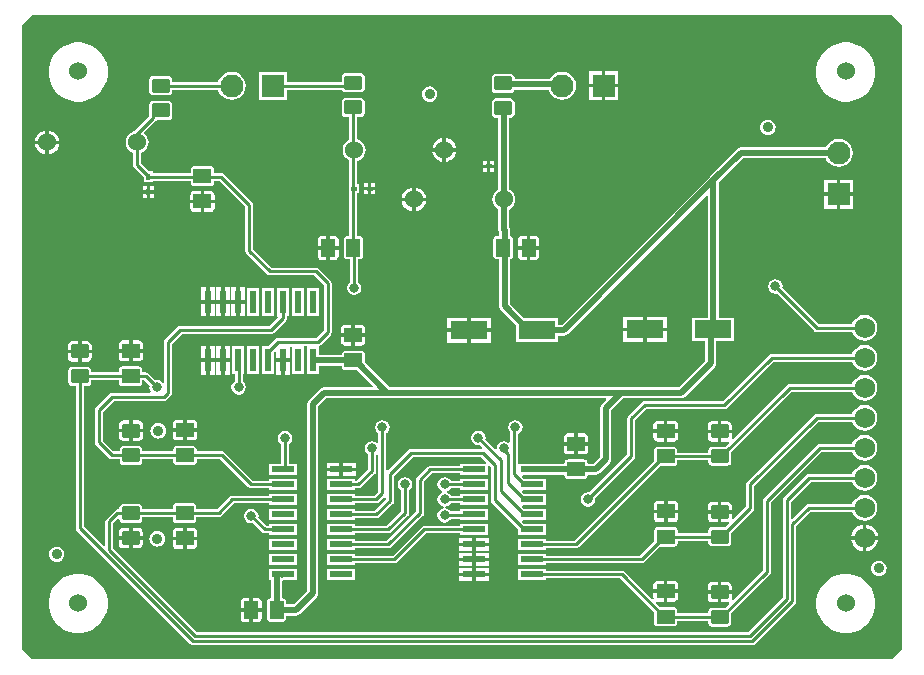
<source format=gtl>
G04*
G04 #@! TF.GenerationSoftware,Altium Limited,Altium Designer,19.1.5 (86)*
G04*
G04 Layer_Physical_Order=1*
G04 Layer_Color=255*
%FSLAX25Y25*%
%MOIN*%
G70*
G01*
G75*
%ADD12C,0.01000*%
%ADD30R,0.01575X0.01890*%
G04:AMPARAMS|DCode=31|XSize=61.02mil|YSize=49.21mil|CornerRadius=3.69mil|HoleSize=0mil|Usage=FLASHONLY|Rotation=0.000|XOffset=0mil|YOffset=0mil|HoleType=Round|Shape=RoundedRectangle|*
%AMROUNDEDRECTD31*
21,1,0.06102,0.04183,0,0,0.0*
21,1,0.05364,0.04921,0,0,0.0*
1,1,0.00738,0.02682,-0.02092*
1,1,0.00738,-0.02682,-0.02092*
1,1,0.00738,-0.02682,0.02092*
1,1,0.00738,0.02682,0.02092*
%
%ADD31ROUNDEDRECTD31*%
G04:AMPARAMS|DCode=32|XSize=61.02mil|YSize=49.21mil|CornerRadius=3.69mil|HoleSize=0mil|Usage=FLASHONLY|Rotation=270.000|XOffset=0mil|YOffset=0mil|HoleType=Round|Shape=RoundedRectangle|*
%AMROUNDEDRECTD32*
21,1,0.06102,0.04183,0,0,270.0*
21,1,0.05364,0.04921,0,0,270.0*
1,1,0.00738,-0.02092,-0.02682*
1,1,0.00738,-0.02092,0.02682*
1,1,0.00738,0.02092,0.02682*
1,1,0.00738,0.02092,-0.02682*
%
%ADD32ROUNDEDRECTD32*%
%ADD33R,0.02362X0.07756*%
%ADD34R,0.07756X0.02362*%
%ADD35R,0.01890X0.01575*%
G04:AMPARAMS|DCode=36|XSize=59.06mil|YSize=47.24mil|CornerRadius=3.54mil|HoleSize=0mil|Usage=FLASHONLY|Rotation=0.000|XOffset=0mil|YOffset=0mil|HoleType=Round|Shape=RoundedRectangle|*
%AMROUNDEDRECTD36*
21,1,0.05906,0.04016,0,0,0.0*
21,1,0.05197,0.04724,0,0,0.0*
1,1,0.00709,0.02598,-0.02008*
1,1,0.00709,-0.02598,-0.02008*
1,1,0.00709,-0.02598,0.02008*
1,1,0.00709,0.02598,0.02008*
%
%ADD36ROUNDEDRECTD36*%
%ADD37R,0.12402X0.06299*%
%ADD38C,0.02000*%
%ADD39C,0.01500*%
%ADD40C,0.06000*%
%ADD41C,0.07677*%
%ADD42R,0.07677X0.07677*%
%ADD43R,0.07677X0.07677*%
%ADD44C,0.06890*%
%ADD45C,0.03543*%
%ADD46C,0.03150*%
G36*
X648587Y503515D02*
Y295698D01*
X645247Y292358D01*
X358690D01*
X355350Y295698D01*
Y503515D01*
X358690Y506854D01*
X645247D01*
X648587Y503515D01*
D02*
G37*
%LPC*%
G36*
X535433Y488143D02*
X534222Y487984D01*
X533094Y487516D01*
X532125Y486773D01*
X531381Y485804D01*
X531336Y485694D01*
X519523D01*
Y486260D01*
X519434Y486710D01*
X519179Y487092D01*
X518797Y487347D01*
X518347Y487437D01*
X513150D01*
X512699Y487347D01*
X512317Y487092D01*
X512062Y486710D01*
X511973Y486260D01*
Y482244D01*
X512062Y481794D01*
X512317Y481412D01*
X512699Y481157D01*
X513150Y481067D01*
X518347D01*
X518797Y481157D01*
X519179Y481412D01*
X519434Y481794D01*
X519479Y482023D01*
X531009D01*
X531381Y481125D01*
X532125Y480156D01*
X533094Y479413D01*
X534222Y478945D01*
X535433Y478786D01*
X536644Y478945D01*
X537772Y479413D01*
X538741Y480156D01*
X539485Y481125D01*
X539952Y482254D01*
X540112Y483465D01*
X539952Y484676D01*
X539485Y485804D01*
X538741Y486773D01*
X537772Y487516D01*
X536644Y487984D01*
X535433Y488143D01*
D02*
G37*
G36*
X425197Y488143D02*
X423986Y487984D01*
X422858Y487516D01*
X421889Y486773D01*
X421145Y485804D01*
X420725Y484790D01*
X405350D01*
Y485472D01*
X405261Y485923D01*
X405005Y486305D01*
X404624Y486560D01*
X404173Y486649D01*
X398976D01*
X398526Y486560D01*
X398144Y486305D01*
X397889Y485923D01*
X397799Y485472D01*
Y481457D01*
X397889Y481006D01*
X398144Y480624D01*
X398526Y480369D01*
X398976Y480280D01*
X404173D01*
X404624Y480369D01*
X405005Y480624D01*
X405261Y481006D01*
X405350Y481457D01*
Y482139D01*
X420725D01*
X421145Y481125D01*
X421889Y480156D01*
X422858Y479413D01*
X423986Y478945D01*
X425197Y478786D01*
X426408Y478945D01*
X427536Y479413D01*
X428505Y480156D01*
X429249Y481125D01*
X429716Y482254D01*
X429876Y483465D01*
X429716Y484676D01*
X429249Y485804D01*
X428505Y486773D01*
X427536Y487516D01*
X426408Y487984D01*
X425197Y488143D01*
D02*
G37*
G36*
X554051Y488303D02*
X549813D01*
Y484064D01*
X554051D01*
Y488303D01*
D02*
G37*
G36*
X548613D02*
X544374D01*
Y484064D01*
X548613D01*
Y488303D01*
D02*
G37*
G36*
X443615Y488103D02*
X434338D01*
Y478826D01*
X443615D01*
Y482139D01*
X462033D01*
X462062Y481990D01*
X462317Y481609D01*
X462699Y481354D01*
X463150Y481264D01*
X468347D01*
X468797Y481354D01*
X469179Y481609D01*
X469434Y481990D01*
X469523Y482441D01*
Y486457D01*
X469434Y486907D01*
X469179Y487289D01*
X468797Y487544D01*
X468347Y487634D01*
X463150D01*
X462699Y487544D01*
X462317Y487289D01*
X462062Y486907D01*
X461973Y486457D01*
Y484790D01*
X443615D01*
Y488103D01*
D02*
G37*
G36*
X554051Y482865D02*
X549813D01*
Y478626D01*
X554051D01*
Y482865D01*
D02*
G37*
G36*
X548613D02*
X544374D01*
Y478626D01*
X548613D01*
Y482865D01*
D02*
G37*
G36*
X630939Y497842D02*
X629000D01*
X627099Y497464D01*
X625307Y496722D01*
X623695Y495645D01*
X622324Y494274D01*
X621247Y492662D01*
X620505Y490871D01*
X620127Y488969D01*
Y487031D01*
X620505Y485129D01*
X621247Y483338D01*
X622324Y481726D01*
X623695Y480355D01*
X625307Y479278D01*
X627099Y478536D01*
X629000Y478157D01*
X630939D01*
X632840Y478536D01*
X634632Y479278D01*
X636244Y480355D01*
X637615Y481726D01*
X638692Y483338D01*
X639434Y485129D01*
X639812Y487031D01*
Y488969D01*
X639434Y490871D01*
X638692Y492662D01*
X637615Y494274D01*
X636244Y495645D01*
X634632Y496722D01*
X632840Y497464D01*
X630939Y497842D01*
D02*
G37*
G36*
X375033D02*
X373095D01*
X371193Y497464D01*
X369402Y496722D01*
X367790Y495645D01*
X366419Y494274D01*
X365342Y492662D01*
X364600Y490871D01*
X364222Y488969D01*
Y487031D01*
X364600Y485129D01*
X365342Y483338D01*
X366419Y481726D01*
X367790Y480355D01*
X369402Y479278D01*
X371193Y478536D01*
X373095Y478157D01*
X375033D01*
X376935Y478536D01*
X378726Y479278D01*
X380338Y480355D01*
X381709Y481726D01*
X382786Y483338D01*
X383528Y485129D01*
X383907Y487031D01*
Y488969D01*
X383528Y490871D01*
X382786Y492662D01*
X381709Y494274D01*
X380338Y495645D01*
X378726Y496722D01*
X376935Y497464D01*
X375033Y497842D01*
D02*
G37*
G36*
X491200Y483194D02*
X490529Y483106D01*
X489903Y482846D01*
X489366Y482434D01*
X488954Y481897D01*
X488694Y481271D01*
X488606Y480600D01*
X488694Y479929D01*
X488954Y479303D01*
X489366Y478766D01*
X489903Y478354D01*
X490529Y478094D01*
X491200Y478006D01*
X491871Y478094D01*
X492497Y478354D01*
X493034Y478766D01*
X493446Y479303D01*
X493706Y479929D01*
X493794Y480600D01*
X493706Y481271D01*
X493446Y481897D01*
X493034Y482434D01*
X492497Y482846D01*
X491871Y483106D01*
X491200Y483194D01*
D02*
G37*
G36*
X604000Y472094D02*
X603329Y472006D01*
X602703Y471746D01*
X602166Y471334D01*
X601754Y470797D01*
X601495Y470171D01*
X601406Y469500D01*
X601495Y468829D01*
X601754Y468203D01*
X602166Y467666D01*
X602703Y467254D01*
X603329Y466994D01*
X604000Y466906D01*
X604671Y466994D01*
X605297Y467254D01*
X605834Y467666D01*
X606246Y468203D01*
X606505Y468829D01*
X606594Y469500D01*
X606505Y470171D01*
X606246Y470797D01*
X605834Y471334D01*
X605297Y471746D01*
X604671Y472006D01*
X604000Y472094D01*
D02*
G37*
G36*
X364301Y468456D02*
Y465100D01*
X367656D01*
X367598Y465544D01*
X367195Y466517D01*
X366554Y467353D01*
X365718Y467994D01*
X364745Y468397D01*
X364301Y468456D01*
D02*
G37*
G36*
X363101D02*
X362657Y468397D01*
X361684Y467994D01*
X360848Y467353D01*
X360207Y466517D01*
X359804Y465544D01*
X359745Y465100D01*
X363101D01*
Y468456D01*
D02*
G37*
G36*
X496700Y465955D02*
Y462600D01*
X500056D01*
X499997Y463044D01*
X499594Y464017D01*
X498953Y464853D01*
X498117Y465494D01*
X497144Y465897D01*
X496700Y465955D01*
D02*
G37*
G36*
X495500D02*
X495056Y465897D01*
X494083Y465494D01*
X493247Y464853D01*
X492606Y464017D01*
X492203Y463044D01*
X492144Y462600D01*
X495500D01*
Y465955D01*
D02*
G37*
G36*
X367656Y463900D02*
X364301D01*
Y460544D01*
X364745Y460603D01*
X365718Y461006D01*
X366554Y461647D01*
X367195Y462483D01*
X367598Y463456D01*
X367656Y463900D01*
D02*
G37*
G36*
X363101D02*
X359745D01*
X359804Y463456D01*
X360207Y462483D01*
X360848Y461647D01*
X361684Y461006D01*
X362657Y460603D01*
X363101Y460544D01*
Y463900D01*
D02*
G37*
G36*
X500056Y461400D02*
X496700D01*
Y458044D01*
X497144Y458103D01*
X498117Y458506D01*
X498953Y459147D01*
X499594Y459983D01*
X499997Y460956D01*
X500056Y461400D01*
D02*
G37*
G36*
X495500D02*
X492144D01*
X492203Y460956D01*
X492606Y459983D01*
X493247Y459147D01*
X494083Y458506D01*
X495056Y458103D01*
X495500Y458044D01*
Y461400D01*
D02*
G37*
G36*
X512847Y458287D02*
X511502D01*
Y457100D01*
X512847D01*
Y458287D01*
D02*
G37*
G36*
X510302D02*
X508957D01*
Y457100D01*
X510302D01*
Y458287D01*
D02*
G37*
G36*
X512847Y455900D02*
X511502D01*
Y454713D01*
X512847D01*
Y455900D01*
D02*
G37*
G36*
X510302D02*
X508957D01*
Y454713D01*
X510302D01*
Y455900D01*
D02*
G37*
G36*
X473143Y450887D02*
X471798D01*
Y449700D01*
X473143D01*
Y450887D01*
D02*
G37*
G36*
X470598D02*
X469253D01*
Y449700D01*
X470598D01*
Y450887D01*
D02*
G37*
G36*
X399287Y449845D02*
X398100D01*
Y448500D01*
X399287D01*
Y449845D01*
D02*
G37*
G36*
X396900D02*
X395713D01*
Y448500D01*
X396900D01*
Y449845D01*
D02*
G37*
G36*
X632398Y452083D02*
X628159D01*
Y447844D01*
X632398D01*
Y452083D01*
D02*
G37*
G36*
X626959D02*
X622720D01*
Y447844D01*
X626959D01*
Y452083D01*
D02*
G37*
G36*
X473143Y448500D02*
X471798D01*
Y447313D01*
X473143D01*
Y448500D01*
D02*
G37*
G36*
X470598D02*
X469253D01*
Y447313D01*
X470598D01*
Y448500D01*
D02*
G37*
G36*
X486600Y449455D02*
Y446100D01*
X489956D01*
X489897Y446544D01*
X489494Y447517D01*
X488853Y448353D01*
X488017Y448994D01*
X487044Y449397D01*
X486600Y449455D01*
D02*
G37*
G36*
X485400D02*
X484956Y449397D01*
X483983Y448994D01*
X483147Y448353D01*
X482506Y447517D01*
X482103Y446544D01*
X482045Y446100D01*
X485400D01*
Y449455D01*
D02*
G37*
G36*
X399287Y447300D02*
X398100D01*
Y445955D01*
X399287D01*
Y447300D01*
D02*
G37*
G36*
X396900D02*
X395713D01*
Y445955D01*
X396900D01*
Y447300D01*
D02*
G37*
G36*
X418182Y448355D02*
X416100D01*
Y445468D01*
X419578D01*
Y446959D01*
X419472Y447493D01*
X419169Y447946D01*
X418716Y448249D01*
X418182Y448355D01*
D02*
G37*
G36*
X414900D02*
X412818D01*
X412284Y448249D01*
X411831Y447946D01*
X411528Y447493D01*
X411422Y446959D01*
Y445468D01*
X414900D01*
Y448355D01*
D02*
G37*
G36*
X632398Y446644D02*
X628159D01*
Y442406D01*
X632398D01*
Y446644D01*
D02*
G37*
G36*
X626959D02*
X622720D01*
Y442406D01*
X626959D01*
Y446644D01*
D02*
G37*
G36*
X489956Y444900D02*
X486600D01*
Y441544D01*
X487044Y441603D01*
X488017Y442006D01*
X488853Y442647D01*
X489494Y443483D01*
X489897Y444456D01*
X489956Y444900D01*
D02*
G37*
G36*
X485400D02*
X482045D01*
X482103Y444456D01*
X482506Y443483D01*
X483147Y442647D01*
X483983Y442006D01*
X484956Y441603D01*
X485400Y441544D01*
Y444900D01*
D02*
G37*
G36*
X419578Y444268D02*
X416100D01*
Y441380D01*
X418182D01*
X418716Y441487D01*
X419169Y441789D01*
X419472Y442242D01*
X419578Y442776D01*
Y444268D01*
D02*
G37*
G36*
X414900D02*
X411422D01*
Y442776D01*
X411528Y442242D01*
X411831Y441789D01*
X412284Y441487D01*
X412818Y441380D01*
X414900D01*
Y444268D01*
D02*
G37*
G36*
X526304Y433478D02*
X524813D01*
Y430000D01*
X527700D01*
Y432082D01*
X527594Y432616D01*
X527291Y433069D01*
X526838Y433372D01*
X526304Y433478D01*
D02*
G37*
G36*
X459459D02*
X457968D01*
Y430000D01*
X460855D01*
Y432082D01*
X460749Y432616D01*
X460446Y433069D01*
X459993Y433372D01*
X459459Y433478D01*
D02*
G37*
G36*
X456768D02*
X455276D01*
X454742Y433372D01*
X454289Y433069D01*
X453987Y432616D01*
X453880Y432082D01*
Y430000D01*
X456768D01*
Y433478D01*
D02*
G37*
G36*
X523613D02*
X522121D01*
X521587Y433372D01*
X521134Y433069D01*
X520831Y432616D01*
X520725Y432082D01*
Y430000D01*
X523613D01*
Y433478D01*
D02*
G37*
G36*
X527700Y428800D02*
X524813D01*
Y425322D01*
X526304D01*
X526838Y425428D01*
X527291Y425731D01*
X527594Y426184D01*
X527700Y426718D01*
Y428800D01*
D02*
G37*
G36*
X523613D02*
X520725D01*
Y426718D01*
X520831Y426184D01*
X521134Y425731D01*
X521587Y425428D01*
X522121Y425322D01*
X523613D01*
Y428800D01*
D02*
G37*
G36*
X460855D02*
X457968D01*
Y425322D01*
X459459D01*
X459993Y425428D01*
X460446Y425731D01*
X460749Y426184D01*
X460855Y426718D01*
Y428800D01*
D02*
G37*
G36*
X456768D02*
X453880D01*
Y426718D01*
X453987Y426184D01*
X454289Y425731D01*
X454742Y425428D01*
X455276Y425322D01*
X456768D01*
Y428800D01*
D02*
G37*
G36*
X468347Y479366D02*
X463150D01*
X462699Y479276D01*
X462317Y479021D01*
X462062Y478639D01*
X461973Y478189D01*
Y474173D01*
X462062Y473723D01*
X462317Y473341D01*
X462699Y473086D01*
X463150Y472996D01*
X464423D01*
Y465418D01*
X464184Y465319D01*
X463390Y464710D01*
X462781Y463916D01*
X462398Y462992D01*
X462267Y462000D01*
X462398Y461008D01*
X462781Y460084D01*
X463390Y459290D01*
X464184Y458681D01*
X464423Y458582D01*
Y450687D01*
X464257D01*
Y447513D01*
X464423D01*
Y433274D01*
X463741D01*
X463285Y433183D01*
X462898Y432925D01*
X462640Y432538D01*
X462549Y432082D01*
Y426718D01*
X462640Y426262D01*
X462898Y425875D01*
X463285Y425617D01*
X463741Y425526D01*
X464767D01*
Y418037D01*
X464380Y417779D01*
X463855Y416994D01*
X463671Y416067D01*
X463855Y415140D01*
X464380Y414355D01*
X465166Y413830D01*
X466092Y413646D01*
X467019Y413830D01*
X467804Y414355D01*
X468329Y415140D01*
X468513Y416067D01*
X468329Y416994D01*
X467804Y417779D01*
X467418Y418037D01*
Y425526D01*
X467924D01*
X468380Y425617D01*
X468767Y425875D01*
X469025Y426262D01*
X469116Y426718D01*
Y432082D01*
X469025Y432538D01*
X468767Y432925D01*
X468380Y433183D01*
X467924Y433274D01*
X467073D01*
Y447513D01*
X467746D01*
Y450687D01*
X467073D01*
Y458295D01*
X467092Y458298D01*
X468016Y458681D01*
X468810Y459290D01*
X469419Y460084D01*
X469802Y461008D01*
X469933Y462000D01*
X469802Y462992D01*
X469419Y463916D01*
X468810Y464710D01*
X468016Y465319D01*
X467092Y465702D01*
X467073Y465705D01*
Y472996D01*
X468347D01*
X468797Y473086D01*
X469179Y473341D01*
X469434Y473723D01*
X469523Y474173D01*
Y478189D01*
X469434Y478639D01*
X469179Y479021D01*
X468797Y479276D01*
X468347Y479366D01*
D02*
G37*
G36*
X429524Y416280D02*
X427943D01*
Y412002D01*
X429524D01*
Y416280D01*
D02*
G37*
G36*
X424524D02*
X422942D01*
Y412002D01*
X424524D01*
Y416280D01*
D02*
G37*
G36*
X419524D02*
X417942D01*
Y412002D01*
X419524D01*
Y416280D01*
D02*
G37*
G36*
X426743D02*
X425161D01*
Y412002D01*
X426743D01*
Y416280D01*
D02*
G37*
G36*
X421742D02*
X420161D01*
Y412002D01*
X421742D01*
Y416280D01*
D02*
G37*
G36*
X416743D02*
X415161D01*
Y412002D01*
X416743D01*
Y416280D01*
D02*
G37*
G36*
X454324Y416080D02*
X450361D01*
Y406724D01*
X454324D01*
Y416080D01*
D02*
G37*
G36*
X449324D02*
X445361D01*
Y406724D01*
X449324D01*
Y416080D01*
D02*
G37*
G36*
X439324D02*
X435361D01*
Y406724D01*
X439324D01*
Y416080D01*
D02*
G37*
G36*
X434324D02*
X430361D01*
Y406724D01*
X434324D01*
Y416080D01*
D02*
G37*
G36*
X429524Y410802D02*
X427943D01*
Y406524D01*
X429524D01*
Y410802D01*
D02*
G37*
G36*
X426743D02*
X425161D01*
Y406524D01*
X426743D01*
Y410802D01*
D02*
G37*
G36*
X424524D02*
X422942D01*
Y406524D01*
X424524D01*
Y410802D01*
D02*
G37*
G36*
X421742D02*
X420161D01*
Y406524D01*
X421742D01*
Y410802D01*
D02*
G37*
G36*
X419524D02*
X417942D01*
Y406524D01*
X419524D01*
Y410802D01*
D02*
G37*
G36*
X416743D02*
X415161D01*
Y406524D01*
X416743D01*
Y410802D01*
D02*
G37*
G36*
X570193Y406331D02*
X563592D01*
Y402781D01*
X570193D01*
Y406331D01*
D02*
G37*
G36*
X562392D02*
X555791D01*
Y402781D01*
X562392D01*
Y406331D01*
D02*
G37*
G36*
X511531Y406118D02*
X504931D01*
Y402568D01*
X511531D01*
Y406118D01*
D02*
G37*
G36*
X503731D02*
X497130D01*
Y402568D01*
X503731D01*
Y406118D01*
D02*
G37*
G36*
X468430Y403783D02*
X466348D01*
Y400895D01*
X469826D01*
Y402387D01*
X469720Y402921D01*
X469417Y403374D01*
X468964Y403677D01*
X468430Y403783D01*
D02*
G37*
G36*
X465148D02*
X463066D01*
X462532Y403677D01*
X462079Y403374D01*
X461776Y402921D01*
X461670Y402387D01*
Y400895D01*
X465148D01*
Y403783D01*
D02*
G37*
G36*
X606500Y418921D02*
X605573Y418737D01*
X604788Y418212D01*
X604263Y417427D01*
X604079Y416500D01*
X604263Y415573D01*
X604788Y414788D01*
X605573Y414263D01*
X606500Y414079D01*
X606956Y414169D01*
X619370Y401756D01*
X619800Y401468D01*
X620307Y401367D01*
X632175D01*
X632513Y400552D01*
X633193Y399665D01*
X634080Y398985D01*
X635112Y398557D01*
X636221Y398411D01*
X637329Y398557D01*
X638361Y398985D01*
X639248Y399665D01*
X639928Y400552D01*
X640356Y401585D01*
X640502Y402693D01*
X640356Y403801D01*
X639928Y404834D01*
X639248Y405720D01*
X638361Y406401D01*
X637329Y406828D01*
X636221Y406974D01*
X635112Y406828D01*
X634080Y406401D01*
X633193Y405720D01*
X632513Y404834D01*
X632175Y404018D01*
X620856D01*
X608831Y416044D01*
X608921Y416500D01*
X608737Y417427D01*
X608212Y418212D01*
X607427Y418737D01*
X606500Y418921D01*
D02*
G37*
G36*
X570193Y401581D02*
X563592D01*
Y398031D01*
X570193D01*
Y401581D01*
D02*
G37*
G36*
X562392D02*
X555791D01*
Y398031D01*
X562392D01*
Y401581D01*
D02*
G37*
G36*
X511531Y401369D02*
X504931D01*
Y397819D01*
X511531D01*
Y401369D01*
D02*
G37*
G36*
X503731D02*
X497130D01*
Y397819D01*
X503731D01*
Y401369D01*
D02*
G37*
G36*
X469826Y399695D02*
X466348D01*
Y396808D01*
X468430D01*
X468964Y396914D01*
X469417Y397217D01*
X469720Y397670D01*
X469826Y398204D01*
Y399695D01*
D02*
G37*
G36*
X465148D02*
X461670D01*
Y398204D01*
X461776Y397670D01*
X462079Y397217D01*
X462532Y396914D01*
X463066Y396808D01*
X465148D01*
Y399695D01*
D02*
G37*
G36*
X394304Y398521D02*
X392222D01*
Y395634D01*
X395700D01*
Y397125D01*
X395594Y397660D01*
X395291Y398112D01*
X394838Y398415D01*
X394304Y398521D01*
D02*
G37*
G36*
X391022D02*
X388940D01*
X388406Y398415D01*
X387953Y398112D01*
X387650Y397660D01*
X387544Y397125D01*
Y395634D01*
X391022D01*
Y398521D01*
D02*
G37*
G36*
X377198Y398226D02*
X375200D01*
Y395437D01*
X378579D01*
Y396845D01*
X378474Y397373D01*
X378175Y397821D01*
X377727Y398121D01*
X377198Y398226D01*
D02*
G37*
G36*
X374000D02*
X372002D01*
X371473Y398121D01*
X371025Y397821D01*
X370726Y397373D01*
X370621Y396845D01*
Y395437D01*
X374000D01*
Y398226D01*
D02*
G37*
G36*
X424524Y396791D02*
X422942D01*
Y392513D01*
X424524D01*
Y396791D01*
D02*
G37*
G36*
X419524D02*
X417942D01*
Y392513D01*
X419524D01*
Y396791D01*
D02*
G37*
G36*
X421742D02*
X420161D01*
Y392513D01*
X421742D01*
Y396791D01*
D02*
G37*
G36*
X416743D02*
X415161D01*
Y392513D01*
X416743D01*
Y396791D01*
D02*
G37*
G36*
X395700Y394434D02*
X392222D01*
Y391546D01*
X394304D01*
X394838Y391653D01*
X395291Y391955D01*
X395594Y392408D01*
X395700Y392942D01*
Y394434D01*
D02*
G37*
G36*
X391022D02*
X387544D01*
Y392942D01*
X387650Y392408D01*
X387953Y391955D01*
X388406Y391653D01*
X388940Y391546D01*
X391022D01*
Y394434D01*
D02*
G37*
G36*
X378579Y394237D02*
X375200D01*
Y391448D01*
X377198D01*
X377727Y391553D01*
X378175Y391853D01*
X378474Y392301D01*
X378579Y392829D01*
Y394237D01*
D02*
G37*
G36*
X374000D02*
X370621D01*
Y392829D01*
X370726Y392301D01*
X371025Y391853D01*
X371473Y391553D01*
X372002Y391448D01*
X374000D01*
Y394237D01*
D02*
G37*
G36*
X636221Y396974D02*
X635112Y396829D01*
X634080Y396401D01*
X633193Y395720D01*
X632513Y394834D01*
X632175Y394018D01*
X605193D01*
X604686Y393917D01*
X604256Y393630D01*
X588951Y378326D01*
X562878D01*
X562371Y378225D01*
X561941Y377937D01*
X557563Y373559D01*
X557275Y373129D01*
X557174Y372622D01*
Y360549D01*
X544456Y347831D01*
X544000Y347921D01*
X543073Y347737D01*
X542288Y347212D01*
X541763Y346427D01*
X541579Y345500D01*
X541763Y344573D01*
X542288Y343788D01*
X543073Y343263D01*
X544000Y343079D01*
X544927Y343263D01*
X545712Y343788D01*
X546237Y344573D01*
X546421Y345500D01*
X546331Y345956D01*
X559437Y359063D01*
X559725Y359493D01*
X559826Y360000D01*
Y372073D01*
X563427Y375675D01*
X589500D01*
X590007Y375775D01*
X590437Y376063D01*
X605742Y391367D01*
X632175D01*
X632513Y390552D01*
X633193Y389665D01*
X634080Y388985D01*
X635112Y388557D01*
X636221Y388411D01*
X637329Y388557D01*
X638361Y388985D01*
X639248Y389665D01*
X639928Y390552D01*
X640356Y391585D01*
X640502Y392693D01*
X640356Y393801D01*
X639928Y394834D01*
X639248Y395720D01*
X638361Y396401D01*
X637329Y396829D01*
X636221Y396974D01*
D02*
G37*
G36*
X434324Y396591D02*
X430361D01*
Y387235D01*
X434324D01*
Y396591D01*
D02*
G37*
G36*
X444524Y391313D02*
X442942D01*
Y387035D01*
X444524D01*
Y391313D01*
D02*
G37*
G36*
X441743D02*
X440161D01*
Y387035D01*
X441743D01*
Y391313D01*
D02*
G37*
G36*
X424524D02*
X422942D01*
Y387035D01*
X424524D01*
Y391313D01*
D02*
G37*
G36*
X421742D02*
X420161D01*
Y387035D01*
X421742D01*
Y391313D01*
D02*
G37*
G36*
X419524D02*
X417942D01*
Y387035D01*
X419524D01*
Y391313D01*
D02*
G37*
G36*
X416743D02*
X415161D01*
Y387035D01*
X416743D01*
Y391313D01*
D02*
G37*
G36*
X444324Y416080D02*
X440361D01*
Y406724D01*
X440461D01*
X440668Y406224D01*
X437738Y403294D01*
X407969D01*
X407461Y403193D01*
X407031Y402906D01*
X403063Y398937D01*
X402775Y398507D01*
X402674Y398000D01*
Y384387D01*
X402175Y384235D01*
X401900Y384647D01*
X401114Y385171D01*
X400188Y385356D01*
X399732Y385265D01*
X397490Y387507D01*
X397060Y387794D01*
X396553Y387895D01*
X395496D01*
Y388661D01*
X395405Y389117D01*
X395147Y389504D01*
X394760Y389762D01*
X394304Y389853D01*
X388940D01*
X388484Y389762D01*
X388097Y389504D01*
X387839Y389117D01*
X387748Y388661D01*
Y387895D01*
X378375D01*
Y388577D01*
X378286Y389028D01*
X378031Y389409D01*
X377649Y389665D01*
X377198Y389754D01*
X372002D01*
X371551Y389665D01*
X371169Y389409D01*
X370914Y389028D01*
X370825Y388577D01*
Y384561D01*
X370914Y384111D01*
X371169Y383729D01*
X371551Y383474D01*
X372002Y383384D01*
X373274D01*
Y335988D01*
X373375Y335481D01*
X373663Y335051D01*
X411438Y297275D01*
X411868Y296988D01*
X412375Y296887D01*
X598740D01*
X599248Y296988D01*
X599678Y297275D01*
X613108Y310705D01*
X613395Y311136D01*
X613496Y311643D01*
Y336621D01*
X618242Y341367D01*
X632175D01*
X632513Y340552D01*
X633193Y339665D01*
X634080Y338985D01*
X635112Y338557D01*
X636221Y338411D01*
X637329Y338557D01*
X638361Y338985D01*
X639248Y339665D01*
X639928Y340552D01*
X640356Y341585D01*
X640502Y342693D01*
X640356Y343801D01*
X639928Y344834D01*
X639248Y345720D01*
X638361Y346401D01*
X637329Y346829D01*
X636221Y346974D01*
X635112Y346829D01*
X634080Y346401D01*
X633193Y345720D01*
X632513Y344834D01*
X632175Y344018D01*
X617693D01*
X617186Y343917D01*
X616756Y343630D01*
X612158Y339033D01*
X611696Y339224D01*
Y344822D01*
X618242Y351367D01*
X632175D01*
X632513Y350552D01*
X633193Y349665D01*
X634080Y348985D01*
X635112Y348557D01*
X636221Y348411D01*
X637329Y348557D01*
X638361Y348985D01*
X639248Y349665D01*
X639928Y350552D01*
X640356Y351585D01*
X640502Y352693D01*
X640356Y353801D01*
X639928Y354834D01*
X639248Y355720D01*
X638361Y356401D01*
X637329Y356828D01*
X636221Y356974D01*
X635112Y356828D01*
X634080Y356401D01*
X633193Y355720D01*
X632513Y354834D01*
X632175Y354018D01*
X617693D01*
X617186Y353918D01*
X616756Y353630D01*
X609433Y346308D01*
X609146Y345878D01*
X609045Y345371D01*
Y312937D01*
X597446Y301338D01*
X413670D01*
X385825Y329183D01*
Y337664D01*
X387347Y339185D01*
X387847Y338978D01*
Y338874D01*
X387936Y338424D01*
X388191Y338042D01*
X388573Y337787D01*
X389024Y337697D01*
X394220D01*
X394671Y337787D01*
X395053Y338042D01*
X395308Y338424D01*
X395397Y338874D01*
Y339655D01*
X405748D01*
Y338889D01*
X405839Y338433D01*
X406097Y338046D01*
X406484Y337788D01*
X406940Y337697D01*
X412304D01*
X412760Y337788D01*
X413147Y338046D01*
X413405Y338433D01*
X413496Y338889D01*
Y339655D01*
X420854D01*
X421362Y339756D01*
X421792Y340043D01*
X425923Y344175D01*
X437578D01*
Y343519D01*
X446934D01*
Y347481D01*
X437578D01*
Y346826D01*
X425374D01*
X424867Y346725D01*
X424437Y346437D01*
X420305Y342306D01*
X413496D01*
Y343072D01*
X413405Y343528D01*
X413147Y343915D01*
X412760Y344173D01*
X412304Y344264D01*
X406940D01*
X406484Y344173D01*
X406097Y343915D01*
X405839Y343528D01*
X405748Y343072D01*
Y342306D01*
X395397D01*
Y342890D01*
X395308Y343340D01*
X395053Y343722D01*
X394671Y343977D01*
X394220Y344067D01*
X389024D01*
X388573Y343977D01*
X388191Y343722D01*
X387936Y343340D01*
X387847Y342890D01*
Y342207D01*
X387169D01*
X386662Y342107D01*
X386232Y341819D01*
X383563Y339150D01*
X383275Y338720D01*
X383174Y338213D01*
Y329941D01*
X382713Y329750D01*
X375925Y336537D01*
Y383384D01*
X377198D01*
X377649Y383474D01*
X378031Y383729D01*
X378286Y384111D01*
X378375Y384561D01*
Y385244D01*
X387748D01*
Y384478D01*
X387839Y384022D01*
X388097Y383635D01*
X388484Y383377D01*
X388940Y383286D01*
X394304D01*
X394760Y383377D01*
X395147Y383635D01*
X395405Y384022D01*
X395496Y384478D01*
Y385244D01*
X396004D01*
X397857Y383390D01*
X397766Y382934D01*
X397951Y382008D01*
X398273Y381525D01*
X398006Y381026D01*
X385357D01*
X384850Y380925D01*
X384420Y380637D01*
X380063Y376280D01*
X379775Y375850D01*
X379675Y375342D01*
Y364500D01*
X379775Y363993D01*
X380063Y363563D01*
X384358Y359267D01*
X384788Y358980D01*
X385295Y358879D01*
X387882D01*
Y358197D01*
X387972Y357747D01*
X388227Y357365D01*
X388609Y357109D01*
X389059Y357020D01*
X394256D01*
X394706Y357109D01*
X395088Y357365D01*
X395343Y357747D01*
X395433Y358197D01*
Y358879D01*
X405783D01*
Y358113D01*
X405874Y357657D01*
X406133Y357270D01*
X406519Y357012D01*
X406975Y356921D01*
X412340D01*
X412796Y357012D01*
X413182Y357270D01*
X413441Y357657D01*
X413532Y358113D01*
Y358879D01*
X421514D01*
X430830Y349563D01*
X431260Y349275D01*
X431768Y349174D01*
X437578D01*
Y348519D01*
X446934D01*
Y352481D01*
X437578D01*
Y351825D01*
X432317D01*
X423000Y361142D01*
X422570Y361429D01*
X422063Y361530D01*
X413532D01*
Y362296D01*
X413441Y362752D01*
X413182Y363139D01*
X412796Y363398D01*
X412340Y363488D01*
X406975D01*
X406519Y363398D01*
X406133Y363139D01*
X405874Y362752D01*
X405783Y362296D01*
Y361530D01*
X395433D01*
Y362213D01*
X395343Y362663D01*
X395088Y363045D01*
X394706Y363300D01*
X394256Y363389D01*
X389059D01*
X388609Y363300D01*
X388227Y363045D01*
X387972Y362663D01*
X387882Y362213D01*
Y361530D01*
X385844D01*
X382326Y365049D01*
Y374794D01*
X385907Y378375D01*
X402578D01*
X403085Y378475D01*
X403515Y378763D01*
X404937Y380185D01*
X405225Y380615D01*
X405326Y381122D01*
Y397451D01*
X408518Y400643D01*
X438287D01*
X438795Y400744D01*
X439225Y401031D01*
X443280Y405086D01*
X443567Y405516D01*
X443668Y406024D01*
Y406724D01*
X444324D01*
Y416080D01*
D02*
G37*
G36*
X518347Y479169D02*
X513150D01*
X512699Y479079D01*
X512317Y478824D01*
X512062Y478442D01*
X511973Y477992D01*
Y473976D01*
X512062Y473526D01*
X512317Y473144D01*
X512699Y472889D01*
X513150Y472799D01*
X514159D01*
Y463100D01*
Y460400D01*
Y455315D01*
Y448850D01*
X514084Y448819D01*
X513290Y448210D01*
X512681Y447416D01*
X512298Y446492D01*
X512167Y445500D01*
X512298Y444508D01*
X512681Y443584D01*
X513290Y442790D01*
X514084Y442181D01*
X514159Y442149D01*
Y435482D01*
X514298Y434780D01*
X514405Y434621D01*
Y433274D01*
X513657D01*
X513200Y433183D01*
X512814Y432925D01*
X512555Y432538D01*
X512465Y432082D01*
Y426718D01*
X512555Y426262D01*
X512814Y425875D01*
X513200Y425617D01*
X513657Y425526D01*
X514405D01*
Y409842D01*
X514545Y409140D01*
X514943Y408545D01*
X520165Y403323D01*
Y398019D01*
X534166D01*
Y400133D01*
X535968D01*
X536671Y400273D01*
X537266Y400671D01*
X583530Y446934D01*
X583991Y446743D01*
Y406131D01*
X578826D01*
Y398232D01*
X583165D01*
Y391760D01*
X574240Y382835D01*
X477929D01*
X469622Y391143D01*
Y393922D01*
X469531Y394378D01*
X469273Y394765D01*
X468886Y395023D01*
X468430Y395114D01*
X463066D01*
X462610Y395023D01*
X462223Y394765D01*
X461965Y394378D01*
X461874Y393922D01*
Y393666D01*
X454324D01*
X454324Y396342D01*
X454487Y396727D01*
X454695Y396901D01*
X454937Y397063D01*
X458221Y400346D01*
X458508Y400776D01*
X458609Y401284D01*
Y417517D01*
X458508Y418024D01*
X458221Y418454D01*
X454237Y422437D01*
X453807Y422725D01*
X453300Y422825D01*
X438494D01*
X432425Y428894D01*
Y443700D01*
X432325Y444207D01*
X432037Y444637D01*
X422686Y453988D01*
X422256Y454276D01*
X421749Y454377D01*
X419374D01*
Y455424D01*
X419283Y455880D01*
X419025Y456267D01*
X418638Y456525D01*
X418182Y456616D01*
X412818D01*
X412362Y456525D01*
X411975Y456267D01*
X411717Y455880D01*
X411626Y455424D01*
Y454422D01*
X399087D01*
Y454842D01*
X397787D01*
X395026Y457603D01*
Y460936D01*
X395617Y461181D01*
X396411Y461790D01*
X397020Y462584D01*
X397403Y463508D01*
X397534Y464500D01*
X397403Y465492D01*
X397020Y466416D01*
X396411Y467210D01*
X396175Y467391D01*
X396143Y467890D01*
X400059Y471807D01*
X400196Y472012D01*
X404173D01*
X404624Y472102D01*
X405005Y472357D01*
X405261Y472739D01*
X405350Y473189D01*
Y477205D01*
X405261Y477655D01*
X405005Y478037D01*
X404624Y478292D01*
X404173Y478382D01*
X398976D01*
X398526Y478292D01*
X398144Y478037D01*
X397889Y477655D01*
X397799Y477205D01*
Y473349D01*
X397797Y473335D01*
Y473293D01*
X392763Y468260D01*
X392726Y468204D01*
X392709Y468202D01*
X391784Y467819D01*
X390991Y467210D01*
X390382Y466416D01*
X389999Y465492D01*
X389868Y464500D01*
X389999Y463508D01*
X390382Y462584D01*
X390991Y461790D01*
X391784Y461181D01*
X392375Y460936D01*
Y457054D01*
X392476Y456546D01*
X392763Y456116D01*
X395913Y452967D01*
Y451352D01*
X399087D01*
Y451771D01*
X411188D01*
X411417Y451726D01*
X411626D01*
Y451241D01*
X411717Y450785D01*
X411975Y450398D01*
X412362Y450140D01*
X412818Y450049D01*
X418182D01*
X418638Y450140D01*
X419025Y450398D01*
X419283Y450785D01*
X419374Y451241D01*
Y451726D01*
X421200D01*
X429775Y443151D01*
Y428345D01*
X429875Y427838D01*
X430163Y427408D01*
X437008Y420563D01*
X437438Y420275D01*
X437945Y420175D01*
X452751D01*
X455958Y416967D01*
Y401832D01*
X453451Y399325D01*
X440732D01*
X440225Y399225D01*
X439795Y398937D01*
X437449Y396591D01*
X435361D01*
Y387235D01*
X439324D01*
Y394717D01*
X439700Y395093D01*
X440161Y394901D01*
Y392513D01*
X442343D01*
X444524D01*
Y396364D01*
X444861Y396558D01*
X445361Y396333D01*
Y387235D01*
X449324D01*
Y396175D01*
X449324Y396591D01*
X449789Y396674D01*
X449896D01*
X450361Y396591D01*
X450361Y396175D01*
Y387235D01*
X454324D01*
Y389995D01*
X461874D01*
Y389739D01*
X461965Y389283D01*
X462223Y388896D01*
X462610Y388638D01*
X463066Y388547D01*
X467027D01*
X472277Y383297D01*
X472085Y382835D01*
X456000D01*
X455298Y382696D01*
X454702Y382298D01*
X451045Y378640D01*
X450647Y378045D01*
X450507Y377343D01*
Y315126D01*
X445878Y310497D01*
X443516D01*
Y311344D01*
X443425Y311800D01*
X443167Y312186D01*
X442780Y312445D01*
X442324Y312536D01*
X442067D01*
Y318478D01*
X442075Y318484D01*
X442252Y318519D01*
X446934D01*
Y322481D01*
X437578D01*
Y318519D01*
X438397D01*
Y312536D01*
X438141D01*
X437685Y312445D01*
X437298Y312186D01*
X437040Y311800D01*
X436949Y311344D01*
Y305979D01*
X437040Y305523D01*
X437298Y305136D01*
X437685Y304878D01*
X438141Y304787D01*
X442324D01*
X442780Y304878D01*
X443167Y305136D01*
X443425Y305523D01*
X443516Y305979D01*
Y306826D01*
X446638D01*
X447340Y306966D01*
X447935Y307364D01*
X453640Y313068D01*
X454038Y313664D01*
X454178Y314366D01*
Y376582D01*
X456760Y379165D01*
X549916D01*
X550107Y378703D01*
X548702Y377298D01*
X548304Y376702D01*
X548165Y376000D01*
Y359760D01*
X545838Y357434D01*
X543874D01*
Y357690D01*
X543783Y358146D01*
X543525Y358533D01*
X543138Y358791D01*
X542682Y358882D01*
X537318D01*
X536862Y358791D01*
X536475Y358533D01*
X536217Y358146D01*
X536126Y357690D01*
Y357384D01*
X530166D01*
Y357481D01*
X520810D01*
X520617Y357901D01*
Y367241D01*
X520727Y367263D01*
X521512Y367788D01*
X522037Y368573D01*
X522221Y369500D01*
X522037Y370427D01*
X521512Y371212D01*
X520727Y371737D01*
X519800Y371921D01*
X518873Y371737D01*
X518088Y371212D01*
X517563Y370427D01*
X517379Y369500D01*
X517563Y368573D01*
X517966Y367970D01*
Y364644D01*
X517466Y364377D01*
X516927Y364737D01*
X516000Y364921D01*
X515073Y364737D01*
X514288Y364212D01*
X513763Y363427D01*
X513579Y362500D01*
X513586Y362466D01*
X513144Y362230D01*
X509831Y365544D01*
X509921Y366000D01*
X509737Y366927D01*
X509212Y367712D01*
X508427Y368237D01*
X507500Y368421D01*
X506573Y368237D01*
X505788Y367712D01*
X505263Y366927D01*
X505079Y366000D01*
X505263Y365073D01*
X505788Y364288D01*
X506573Y363763D01*
X507500Y363579D01*
X507956Y363669D01*
X508800Y362825D01*
X508593Y362326D01*
X485000D01*
X484493Y362225D01*
X484063Y361937D01*
X477325Y355200D01*
X476826Y355407D01*
Y367530D01*
X477212Y367788D01*
X477737Y368573D01*
X477921Y369500D01*
X477737Y370427D01*
X477212Y371212D01*
X476427Y371737D01*
X475500Y371921D01*
X474573Y371737D01*
X473788Y371212D01*
X473263Y370427D01*
X473079Y369500D01*
X473263Y368573D01*
X473788Y367788D01*
X474174Y367530D01*
Y364352D01*
X474164Y364349D01*
X473674Y364237D01*
X472927Y364737D01*
X472000Y364921D01*
X471073Y364737D01*
X470288Y364212D01*
X469763Y363427D01*
X469579Y362500D01*
X469763Y361573D01*
X470288Y360788D01*
X470675Y360529D01*
Y355539D01*
X466961Y351825D01*
X466422D01*
Y352481D01*
X457066D01*
Y348519D01*
X466422D01*
Y349174D01*
X467510D01*
X468017Y349275D01*
X468447Y349563D01*
X472937Y354052D01*
X473225Y354483D01*
X473325Y354990D01*
Y360444D01*
X473708Y360730D01*
X474174Y360585D01*
Y348049D01*
X472951Y346826D01*
X466422D01*
Y347481D01*
X457066D01*
Y343519D01*
X466422D01*
Y344175D01*
X473500D01*
X474007Y344275D01*
X474437Y344563D01*
X476174Y346300D01*
X476675Y346093D01*
Y345549D01*
X472951Y341826D01*
X466422D01*
Y342481D01*
X457066D01*
Y338519D01*
X466422D01*
Y339175D01*
X473500D01*
X474007Y339275D01*
X474437Y339563D01*
X478937Y344063D01*
X479225Y344493D01*
X479325Y345000D01*
Y353451D01*
X485549Y359675D01*
X508451D01*
X510183Y357943D01*
X509991Y357481D01*
X501322D01*
Y356825D01*
X491500D01*
X490993Y356725D01*
X490563Y356437D01*
X487063Y352937D01*
X486775Y352507D01*
X486674Y352000D01*
Y341549D01*
X476951Y331825D01*
X466422D01*
Y332481D01*
X457066D01*
Y328519D01*
X466422D01*
Y329174D01*
X477500D01*
X478007Y329275D01*
X478437Y329563D01*
X488937Y340063D01*
X489225Y340493D01*
X489326Y341000D01*
Y351451D01*
X492049Y354174D01*
X501322D01*
Y353519D01*
X510678D01*
Y356794D01*
X511140Y356986D01*
X511667Y356459D01*
Y345299D01*
X511768Y344792D01*
X512055Y344362D01*
X520810Y335607D01*
Y333519D01*
X530166D01*
Y337481D01*
X522685D01*
X522109Y338057D01*
X522300Y338519D01*
X530166D01*
Y342481D01*
X522685D01*
X522109Y343057D01*
X522300Y343519D01*
X530166D01*
Y347481D01*
X522685D01*
X522109Y348057D01*
X522300Y348519D01*
X530166D01*
Y352481D01*
X522685D01*
X522109Y353057D01*
X522300Y353519D01*
X530166D01*
Y353714D01*
X536126D01*
Y353507D01*
X536217Y353051D01*
X536475Y352664D01*
X536862Y352406D01*
X537318Y352315D01*
X542682D01*
X543138Y352406D01*
X543525Y352664D01*
X543783Y353051D01*
X543874Y353507D01*
Y353763D01*
X546598D01*
X547301Y353903D01*
X547896Y354301D01*
X551298Y357702D01*
X551696Y358298D01*
X551835Y359000D01*
Y375240D01*
X555760Y379165D01*
X575000D01*
X575702Y379304D01*
X576298Y379702D01*
X586298Y389702D01*
X586696Y390298D01*
X586835Y391000D01*
Y398232D01*
X592828D01*
Y406131D01*
X587662D01*
Y451067D01*
X595784Y459188D01*
X623299D01*
X623507Y458684D01*
X624251Y457715D01*
X625220Y456972D01*
X626348Y456504D01*
X627559Y456345D01*
X628770Y456504D01*
X629898Y456972D01*
X630867Y457715D01*
X631611Y458684D01*
X632078Y459813D01*
X632238Y461024D01*
X632078Y462234D01*
X631611Y463363D01*
X630867Y464332D01*
X629898Y465075D01*
X628770Y465543D01*
X627559Y465702D01*
X626348Y465543D01*
X625220Y465075D01*
X624251Y464332D01*
X623507Y463363D01*
X623299Y462859D01*
X595024D01*
X594321Y462719D01*
X593726Y462321D01*
X584529Y453125D01*
X584529Y453125D01*
X535208Y403804D01*
X534166D01*
Y405918D01*
X522760D01*
X518075Y410603D01*
Y425573D01*
X518296Y425617D01*
X518682Y425875D01*
X518941Y426262D01*
X519032Y426718D01*
Y432082D01*
X518941Y432538D01*
X518682Y432925D01*
X518296Y433183D01*
X518075Y433227D01*
Y435236D01*
X517936Y435939D01*
X517829Y436098D01*
Y442145D01*
X517916Y442181D01*
X518710Y442790D01*
X519319Y443584D01*
X519702Y444508D01*
X519833Y445500D01*
X519702Y446492D01*
X519319Y447416D01*
X518710Y448210D01*
X517916Y448819D01*
X517829Y448855D01*
Y454913D01*
X517843D01*
Y458087D01*
X517829D01*
Y463100D01*
Y472799D01*
X518347D01*
X518797Y472889D01*
X519179Y473144D01*
X519434Y473526D01*
X519523Y473976D01*
Y477992D01*
X519434Y478442D01*
X519179Y478824D01*
X518797Y479079D01*
X518347Y479169D01*
D02*
G37*
G36*
X429324Y396591D02*
X425361D01*
Y387235D01*
X426274D01*
Y384871D01*
X425888Y384612D01*
X425363Y383827D01*
X425179Y382900D01*
X425363Y381973D01*
X425888Y381188D01*
X426673Y380663D01*
X427600Y380479D01*
X428527Y380663D01*
X429312Y381188D01*
X429837Y381973D01*
X430021Y382900D01*
X429837Y383827D01*
X429312Y384612D01*
X428926Y384871D01*
Y387235D01*
X429324D01*
Y396591D01*
D02*
G37*
G36*
X636221Y386974D02*
X635112Y386828D01*
X634080Y386401D01*
X633193Y385720D01*
X632513Y384834D01*
X632175Y384018D01*
X611268D01*
X610760Y383917D01*
X610330Y383630D01*
X592282Y365581D01*
X591821Y365828D01*
X591893Y366189D01*
Y367597D01*
X588513D01*
Y364808D01*
X590512D01*
X590873Y364880D01*
X591119Y364419D01*
X589814Y363114D01*
X585315D01*
X584865Y363024D01*
X584483Y362769D01*
X584228Y362387D01*
X584138Y361937D01*
Y361156D01*
X573787D01*
Y361922D01*
X573697Y362378D01*
X573438Y362765D01*
X573052Y363023D01*
X572596Y363114D01*
X567231D01*
X566775Y363023D01*
X566388Y362765D01*
X566130Y362378D01*
X566039Y361922D01*
Y358422D01*
X539443Y331825D01*
X530166D01*
Y332481D01*
X520810D01*
Y328519D01*
X530166D01*
Y329174D01*
X539992D01*
X540499Y329275D01*
X540929Y329563D01*
X567914Y356547D01*
X572596D01*
X573052Y356638D01*
X573438Y356896D01*
X573697Y357283D01*
X573787Y357739D01*
Y358505D01*
X584138D01*
Y357921D01*
X584228Y357471D01*
X584483Y357089D01*
X584865Y356834D01*
X585315Y356744D01*
X590512D01*
X590962Y356834D01*
X591344Y357089D01*
X591599Y357471D01*
X591689Y357921D01*
Y361239D01*
X611817Y381367D01*
X632175D01*
X632513Y380552D01*
X633193Y379665D01*
X634080Y378985D01*
X635112Y378557D01*
X636221Y378411D01*
X637329Y378557D01*
X638361Y378985D01*
X639248Y379665D01*
X639928Y380552D01*
X640356Y381585D01*
X640502Y382693D01*
X640356Y383801D01*
X639928Y384834D01*
X639248Y385720D01*
X638361Y386401D01*
X637329Y386828D01*
X636221Y386974D01*
D02*
G37*
G36*
X412340Y372157D02*
X410257D01*
Y369269D01*
X413735D01*
Y370761D01*
X413629Y371295D01*
X413327Y371748D01*
X412874Y372050D01*
X412340Y372157D01*
D02*
G37*
G36*
X409058D02*
X406975D01*
X406441Y372050D01*
X405988Y371748D01*
X405686Y371295D01*
X405580Y370761D01*
Y369269D01*
X409058D01*
Y372157D01*
D02*
G37*
G36*
X394256Y371861D02*
X392257D01*
Y369072D01*
X395637D01*
Y370480D01*
X395532Y371009D01*
X395232Y371457D01*
X394784Y371756D01*
X394256Y371861D01*
D02*
G37*
G36*
X391057D02*
X389059D01*
X388531Y371756D01*
X388083Y371457D01*
X387783Y371009D01*
X387678Y370480D01*
Y369072D01*
X391057D01*
Y371861D01*
D02*
G37*
G36*
X572596Y371783D02*
X570513D01*
Y368895D01*
X573991D01*
Y370387D01*
X573885Y370921D01*
X573583Y371374D01*
X573130Y371676D01*
X572596Y371783D01*
D02*
G37*
G36*
X569313D02*
X567231D01*
X566697Y371676D01*
X566244Y371374D01*
X565942Y370921D01*
X565835Y370387D01*
Y368895D01*
X569313D01*
Y371783D01*
D02*
G37*
G36*
X590512Y371586D02*
X588513D01*
Y368797D01*
X591893D01*
Y370205D01*
X591788Y370733D01*
X591488Y371181D01*
X591040Y371480D01*
X590512Y371586D01*
D02*
G37*
G36*
X587313D02*
X585315D01*
X584787Y371480D01*
X584339Y371181D01*
X584039Y370733D01*
X583934Y370205D01*
Y368797D01*
X587313D01*
Y371586D01*
D02*
G37*
G36*
X636221Y376974D02*
X635112Y376829D01*
X634080Y376401D01*
X633193Y375720D01*
X632513Y374834D01*
X632175Y374018D01*
X620193D01*
X619686Y373918D01*
X619256Y373630D01*
X597063Y351437D01*
X596775Y351007D01*
X596674Y350500D01*
Y343187D01*
X592282Y338794D01*
X591821Y339040D01*
X591893Y339402D01*
Y340809D01*
X588513D01*
Y338021D01*
X590512D01*
X590873Y338093D01*
X591119Y337632D01*
X589814Y336327D01*
X585315D01*
X584865Y336237D01*
X584483Y335982D01*
X584228Y335600D01*
X584138Y335150D01*
Y334467D01*
X573886D01*
Y335135D01*
X573795Y335591D01*
X573537Y335978D01*
X573150Y336236D01*
X572694Y336327D01*
X567330D01*
X566874Y336236D01*
X566487Y335978D01*
X566228Y335591D01*
X566138Y335135D01*
Y331634D01*
X561329Y326825D01*
X530166D01*
Y327481D01*
X520810D01*
Y323519D01*
X530166D01*
Y324174D01*
X561878D01*
X562385Y324275D01*
X562815Y324563D01*
X568012Y329760D01*
X572694D01*
X573150Y329851D01*
X573537Y330109D01*
X573795Y330496D01*
X573886Y330952D01*
Y331816D01*
X584138D01*
Y331134D01*
X584228Y330683D01*
X584483Y330302D01*
X584865Y330047D01*
X585315Y329957D01*
X590512D01*
X590962Y330047D01*
X591344Y330302D01*
X591599Y330683D01*
X591689Y331134D01*
Y334452D01*
X598937Y341701D01*
X599225Y342130D01*
X599326Y342638D01*
Y349951D01*
X620742Y371367D01*
X632175D01*
X632513Y370552D01*
X633193Y369665D01*
X634080Y368985D01*
X635112Y368557D01*
X636221Y368411D01*
X637329Y368557D01*
X638361Y368985D01*
X639248Y369665D01*
X639928Y370552D01*
X640356Y371585D01*
X640502Y372693D01*
X640356Y373801D01*
X639928Y374834D01*
X639248Y375720D01*
X638361Y376401D01*
X637329Y376829D01*
X636221Y376974D01*
D02*
G37*
G36*
X400700Y370994D02*
X400029Y370905D01*
X399403Y370646D01*
X398866Y370234D01*
X398454Y369697D01*
X398195Y369071D01*
X398106Y368400D01*
X398195Y367729D01*
X398454Y367103D01*
X398866Y366566D01*
X399403Y366154D01*
X400029Y365895D01*
X400700Y365806D01*
X401371Y365895D01*
X401997Y366154D01*
X402534Y366566D01*
X402946Y367103D01*
X403205Y367729D01*
X403294Y368400D01*
X403205Y369071D01*
X402946Y369697D01*
X402534Y370234D01*
X401997Y370646D01*
X401371Y370905D01*
X400700Y370994D01*
D02*
G37*
G36*
X413735Y368069D02*
X410257D01*
Y365182D01*
X412340D01*
X412874Y365288D01*
X413327Y365591D01*
X413629Y366044D01*
X413735Y366578D01*
Y368069D01*
D02*
G37*
G36*
X409058D02*
X405580D01*
Y366578D01*
X405686Y366044D01*
X405988Y365591D01*
X406441Y365288D01*
X406975Y365182D01*
X409058D01*
Y368069D01*
D02*
G37*
G36*
X395637Y367872D02*
X392257D01*
Y365084D01*
X394256D01*
X394784Y365189D01*
X395232Y365488D01*
X395532Y365936D01*
X395637Y366465D01*
Y367872D01*
D02*
G37*
G36*
X391057D02*
X387678D01*
Y366465D01*
X387783Y365936D01*
X388083Y365488D01*
X388531Y365189D01*
X389059Y365084D01*
X391057D01*
Y367872D01*
D02*
G37*
G36*
X587313Y367597D02*
X583934D01*
Y366189D01*
X584039Y365661D01*
X584339Y365213D01*
X584787Y364913D01*
X585315Y364808D01*
X587313D01*
Y367597D01*
D02*
G37*
G36*
X573991Y367695D02*
X570513D01*
Y364808D01*
X572596D01*
X573130Y364914D01*
X573583Y365217D01*
X573885Y365669D01*
X573991Y366204D01*
Y367695D01*
D02*
G37*
G36*
X569313D02*
X565835D01*
Y366204D01*
X565942Y365669D01*
X566244Y365217D01*
X566697Y364914D01*
X567231Y364808D01*
X569313D01*
Y367695D01*
D02*
G37*
G36*
X542682Y367550D02*
X540600D01*
Y364663D01*
X544078D01*
Y366155D01*
X543972Y366689D01*
X543669Y367142D01*
X543216Y367444D01*
X542682Y367550D01*
D02*
G37*
G36*
X539400D02*
X537318D01*
X536784Y367444D01*
X536331Y367142D01*
X536028Y366689D01*
X535922Y366155D01*
Y364663D01*
X539400D01*
Y367550D01*
D02*
G37*
G36*
X544078Y363463D02*
X540600D01*
Y360576D01*
X542682D01*
X543216Y360682D01*
X543669Y360984D01*
X543972Y361437D01*
X544078Y361971D01*
Y363463D01*
D02*
G37*
G36*
X539400D02*
X535922D01*
Y361971D01*
X536028Y361437D01*
X536331Y360984D01*
X536784Y360682D01*
X537318Y360576D01*
X539400D01*
Y363463D01*
D02*
G37*
G36*
X636221Y366974D02*
X635112Y366828D01*
X634080Y366401D01*
X633193Y365720D01*
X632513Y364834D01*
X632175Y364018D01*
X621268D01*
X620760Y363917D01*
X620330Y363630D01*
X602722Y346022D01*
X602435Y345592D01*
X602334Y345085D01*
Y321996D01*
X592282Y311944D01*
X591821Y312190D01*
X591893Y312552D01*
Y313960D01*
X588513D01*
Y311171D01*
X590512D01*
X590873Y311243D01*
X591119Y310782D01*
X589814Y309477D01*
X585315D01*
X584865Y309387D01*
X584483Y309132D01*
X584228Y308750D01*
X584138Y308300D01*
Y307617D01*
X573787D01*
Y308560D01*
X573697Y309016D01*
X573438Y309403D01*
X573052Y309661D01*
X572596Y309752D01*
X567914D01*
X566606Y311060D01*
X566852Y311521D01*
X567231Y311446D01*
X569313D01*
Y314333D01*
X565835D01*
Y312842D01*
X565911Y312462D01*
X565450Y312216D01*
X556229Y321437D01*
X555799Y321725D01*
X555291Y321826D01*
X530166D01*
Y322481D01*
X520810D01*
Y318519D01*
X530166D01*
Y319175D01*
X554742D01*
X566039Y307877D01*
Y304377D01*
X566130Y303921D01*
X566388Y303534D01*
X566775Y303276D01*
X567231Y303185D01*
X572596D01*
X573052Y303276D01*
X573438Y303534D01*
X573697Y303921D01*
X573787Y304377D01*
Y304966D01*
X584138D01*
Y304284D01*
X584228Y303834D01*
X584483Y303452D01*
X584865Y303197D01*
X585315Y303107D01*
X590512D01*
X590962Y303197D01*
X591344Y303452D01*
X591599Y303834D01*
X591689Y304284D01*
Y307602D01*
X604597Y320510D01*
X604884Y320940D01*
X604985Y321447D01*
Y344535D01*
X621817Y361367D01*
X632175D01*
X632513Y360552D01*
X633193Y359665D01*
X634080Y358985D01*
X635112Y358557D01*
X636221Y358411D01*
X637329Y358557D01*
X638361Y358985D01*
X639248Y359665D01*
X639928Y360552D01*
X640356Y361585D01*
X640502Y362693D01*
X640356Y363801D01*
X639928Y364834D01*
X639248Y365720D01*
X638361Y366401D01*
X637329Y366828D01*
X636221Y366974D01*
D02*
G37*
G36*
X466622Y357681D02*
X462344D01*
Y356100D01*
X466622D01*
Y357681D01*
D02*
G37*
G36*
X461144D02*
X456866D01*
Y356100D01*
X461144D01*
Y357681D01*
D02*
G37*
G36*
X443000Y368421D02*
X442073Y368237D01*
X441288Y367712D01*
X440763Y366927D01*
X440579Y366000D01*
X440763Y365073D01*
X441288Y364288D01*
X441675Y364030D01*
Y357481D01*
X437578D01*
Y353519D01*
X446934D01*
Y357481D01*
X444325D01*
Y364030D01*
X444712Y364288D01*
X445237Y365073D01*
X445421Y366000D01*
X445237Y366927D01*
X444712Y367712D01*
X443927Y368237D01*
X443000Y368421D01*
D02*
G37*
G36*
X466622Y354900D02*
X462344D01*
Y353319D01*
X466622D01*
Y354900D01*
D02*
G37*
G36*
X461144D02*
X456866D01*
Y353319D01*
X461144D01*
Y354900D01*
D02*
G37*
G36*
X496250Y352921D02*
X495323Y352737D01*
X494538Y352212D01*
X494013Y351427D01*
X493829Y350500D01*
X494013Y349573D01*
X494538Y348788D01*
X495323Y348263D01*
X495364Y348255D01*
Y347745D01*
X495323Y347737D01*
X494538Y347212D01*
X494013Y346427D01*
X493829Y345500D01*
X494013Y344573D01*
X494538Y343788D01*
X495323Y343263D01*
X495986Y343131D01*
X496008Y343127D01*
Y342617D01*
X495985Y342612D01*
X495316Y342479D01*
X494530Y341954D01*
X494005Y341169D01*
X493821Y340242D01*
X494005Y339316D01*
X494530Y338530D01*
X495316Y338005D01*
X496242Y337821D01*
X497169Y338005D01*
X497954Y338530D01*
X498218Y338925D01*
X501322D01*
Y338519D01*
X510678D01*
Y342481D01*
X501322D01*
Y341576D01*
X498208D01*
X497954Y341954D01*
X497169Y342479D01*
X496506Y342611D01*
X496484Y342615D01*
Y343125D01*
X496507Y343130D01*
X497177Y343263D01*
X497962Y343788D01*
X498220Y344175D01*
X501322D01*
Y343519D01*
X510678D01*
Y347481D01*
X501322D01*
Y346826D01*
X498220D01*
X497962Y347212D01*
X497177Y347737D01*
X497136Y347745D01*
Y348255D01*
X497177Y348263D01*
X497962Y348788D01*
X498220Y349174D01*
X501322D01*
Y348519D01*
X510678D01*
Y352481D01*
X501322D01*
Y351825D01*
X498220D01*
X497962Y352212D01*
X497177Y352737D01*
X496250Y352921D01*
D02*
G37*
G36*
X572694Y344995D02*
X570612D01*
Y342108D01*
X574090D01*
Y343599D01*
X573984Y344134D01*
X573681Y344586D01*
X573228Y344889D01*
X572694Y344995D01*
D02*
G37*
G36*
X569412D02*
X567330D01*
X566795Y344889D01*
X566343Y344586D01*
X566040Y344134D01*
X565934Y343599D01*
Y342108D01*
X569412D01*
Y344995D01*
D02*
G37*
G36*
X590512Y344798D02*
X588513D01*
Y342009D01*
X591893D01*
Y343417D01*
X591788Y343946D01*
X591488Y344394D01*
X591040Y344693D01*
X590512Y344798D01*
D02*
G37*
G36*
X587313D02*
X585315D01*
X584787Y344693D01*
X584339Y344394D01*
X584039Y343946D01*
X583934Y343417D01*
Y342009D01*
X587313D01*
Y344798D01*
D02*
G37*
G36*
X446934Y342481D02*
X437578D01*
Y338519D01*
X446934D01*
Y342481D01*
D02*
G37*
G36*
X587313Y340809D02*
X583934D01*
Y339402D01*
X584039Y338873D01*
X584339Y338425D01*
X584787Y338126D01*
X585315Y338021D01*
X587313D01*
Y340809D01*
D02*
G37*
G36*
X574090Y340908D02*
X570612D01*
Y338020D01*
X572694D01*
X573228Y338127D01*
X573681Y338429D01*
X573984Y338882D01*
X574090Y339416D01*
Y340908D01*
D02*
G37*
G36*
X569412D02*
X565934D01*
Y339416D01*
X566040Y338882D01*
X566343Y338429D01*
X566795Y338127D01*
X567330Y338020D01*
X569412D01*
Y340908D01*
D02*
G37*
G36*
X483000Y352921D02*
X482073Y352737D01*
X481288Y352212D01*
X480763Y351427D01*
X480579Y350500D01*
X480763Y349573D01*
X481288Y348788D01*
X481674Y348530D01*
Y341549D01*
X476951Y336825D01*
X466422D01*
Y337481D01*
X457066D01*
Y333519D01*
X466422D01*
Y334174D01*
X477500D01*
X478007Y334275D01*
X478437Y334563D01*
X483937Y340063D01*
X484225Y340493D01*
X484326Y341000D01*
Y348530D01*
X484712Y348788D01*
X485237Y349573D01*
X485421Y350500D01*
X485237Y351427D01*
X484712Y352212D01*
X483927Y352737D01*
X483000Y352921D01*
D02*
G37*
G36*
X510678Y337481D02*
X501322D01*
Y336825D01*
X489500D01*
X488993Y336725D01*
X488563Y336437D01*
X478951Y326825D01*
X466422D01*
Y327481D01*
X457066D01*
Y323519D01*
X466422D01*
Y324174D01*
X479500D01*
X480007Y324275D01*
X480437Y324563D01*
X490049Y334174D01*
X501322D01*
Y333519D01*
X510678D01*
Y337481D01*
D02*
G37*
G36*
X431768Y342421D02*
X430841Y342237D01*
X430056Y341712D01*
X429531Y340927D01*
X429346Y340000D01*
X429531Y339073D01*
X430056Y338288D01*
X430841Y337763D01*
X431768Y337579D01*
X432224Y337669D01*
X435330Y334563D01*
X435760Y334275D01*
X436268Y334174D01*
X437578D01*
Y333519D01*
X446934D01*
Y337481D01*
X437578D01*
Y336825D01*
X436817D01*
X434098Y339544D01*
X434189Y340000D01*
X434005Y340927D01*
X433480Y341712D01*
X432694Y342237D01*
X431768Y342421D01*
D02*
G37*
G36*
X636821Y337097D02*
Y333293D01*
X640625D01*
X640551Y333853D01*
X640103Y334934D01*
X639391Y335863D01*
X638462Y336576D01*
X637381Y337023D01*
X636821Y337097D01*
D02*
G37*
G36*
X635620D02*
X635060Y337023D01*
X633979Y336576D01*
X633050Y335863D01*
X632338Y334934D01*
X631890Y333853D01*
X631816Y333293D01*
X635620D01*
Y337097D01*
D02*
G37*
G36*
X394220Y336003D02*
X392222D01*
Y333214D01*
X395601D01*
Y334622D01*
X395496Y335151D01*
X395197Y335598D01*
X394749Y335898D01*
X394220Y336003D01*
D02*
G37*
G36*
X391022D02*
X389024D01*
X388495Y335898D01*
X388047Y335598D01*
X387748Y335151D01*
X387643Y334622D01*
Y333214D01*
X391022D01*
Y336003D01*
D02*
G37*
G36*
X412304Y336003D02*
X410222D01*
Y333116D01*
X413700D01*
Y334607D01*
X413594Y335141D01*
X413291Y335594D01*
X412838Y335897D01*
X412304Y336003D01*
D02*
G37*
G36*
X409022D02*
X406940D01*
X406406Y335897D01*
X405953Y335594D01*
X405650Y335141D01*
X405544Y334607D01*
Y333116D01*
X409022D01*
Y336003D01*
D02*
G37*
G36*
X510878Y332681D02*
X506600D01*
Y331100D01*
X510878D01*
Y332681D01*
D02*
G37*
G36*
X505400D02*
X501122D01*
Y331100D01*
X505400D01*
Y332681D01*
D02*
G37*
G36*
X400400Y334994D02*
X399729Y334906D01*
X399103Y334646D01*
X398566Y334234D01*
X398154Y333697D01*
X397895Y333071D01*
X397806Y332400D01*
X397895Y331729D01*
X398154Y331103D01*
X398566Y330566D01*
X399103Y330154D01*
X399729Y329894D01*
X400400Y329806D01*
X401071Y329894D01*
X401697Y330154D01*
X402234Y330566D01*
X402646Y331103D01*
X402906Y331729D01*
X402994Y332400D01*
X402906Y333071D01*
X402646Y333697D01*
X402234Y334234D01*
X401697Y334646D01*
X401071Y334906D01*
X400400Y334994D01*
D02*
G37*
G36*
X395601Y332014D02*
X392222D01*
Y329225D01*
X394220D01*
X394749Y329331D01*
X395197Y329630D01*
X395496Y330078D01*
X395601Y330606D01*
Y332014D01*
D02*
G37*
G36*
X391022D02*
X387643D01*
Y330606D01*
X387748Y330078D01*
X388047Y329630D01*
X388495Y329331D01*
X389024Y329225D01*
X391022D01*
Y332014D01*
D02*
G37*
G36*
X413700Y331916D02*
X410222D01*
Y329028D01*
X412304D01*
X412838Y329135D01*
X413291Y329437D01*
X413594Y329890D01*
X413700Y330424D01*
Y331916D01*
D02*
G37*
G36*
X409022D02*
X405544D01*
Y330424D01*
X405650Y329890D01*
X405953Y329437D01*
X406406Y329135D01*
X406940Y329028D01*
X409022D01*
Y331916D01*
D02*
G37*
G36*
X446934Y332481D02*
X437578D01*
Y328519D01*
X446934D01*
Y332481D01*
D02*
G37*
G36*
X510878Y329900D02*
X506600D01*
Y328319D01*
X510878D01*
Y329900D01*
D02*
G37*
G36*
X505400D02*
X501122D01*
Y328319D01*
X505400D01*
Y329900D01*
D02*
G37*
G36*
X635620Y332093D02*
X631816D01*
X631890Y331533D01*
X632338Y330451D01*
X633050Y329523D01*
X633979Y328810D01*
X635060Y328362D01*
X635620Y328289D01*
Y332093D01*
D02*
G37*
G36*
X640625D02*
X636821D01*
Y328289D01*
X637381Y328362D01*
X638462Y328810D01*
X639391Y329523D01*
X640103Y330451D01*
X640551Y331533D01*
X640625Y332093D01*
D02*
G37*
G36*
X510878Y327681D02*
X506600D01*
Y326100D01*
X510878D01*
Y327681D01*
D02*
G37*
G36*
X505400D02*
X501122D01*
Y326100D01*
X505400D01*
Y327681D01*
D02*
G37*
G36*
X366900Y329794D02*
X366229Y329706D01*
X365603Y329446D01*
X365066Y329034D01*
X364654Y328497D01*
X364394Y327871D01*
X364306Y327200D01*
X364394Y326529D01*
X364654Y325903D01*
X365066Y325366D01*
X365603Y324954D01*
X366229Y324694D01*
X366900Y324606D01*
X367571Y324694D01*
X368197Y324954D01*
X368734Y325366D01*
X369146Y325903D01*
X369406Y326529D01*
X369494Y327200D01*
X369406Y327871D01*
X369146Y328497D01*
X368734Y329034D01*
X368197Y329446D01*
X367571Y329706D01*
X366900Y329794D01*
D02*
G37*
G36*
X446934Y327481D02*
X437578D01*
Y323519D01*
X446934D01*
Y327481D01*
D02*
G37*
G36*
X510878Y324900D02*
X506600D01*
Y323319D01*
X510878D01*
Y324900D01*
D02*
G37*
G36*
X505400D02*
X501122D01*
Y323319D01*
X505400D01*
Y324900D01*
D02*
G37*
G36*
X510878Y322681D02*
X506600D01*
Y321100D01*
X510878D01*
Y322681D01*
D02*
G37*
G36*
X505400D02*
X501122D01*
Y321100D01*
X505400D01*
Y322681D01*
D02*
G37*
G36*
X641000Y325094D02*
X640329Y325006D01*
X639703Y324746D01*
X639166Y324334D01*
X638754Y323797D01*
X638494Y323171D01*
X638406Y322500D01*
X638494Y321829D01*
X638754Y321203D01*
X639166Y320666D01*
X639703Y320254D01*
X640329Y319994D01*
X641000Y319906D01*
X641671Y319994D01*
X642297Y320254D01*
X642834Y320666D01*
X643246Y321203D01*
X643505Y321829D01*
X643594Y322500D01*
X643505Y323171D01*
X643246Y323797D01*
X642834Y324334D01*
X642297Y324746D01*
X641671Y325006D01*
X641000Y325094D01*
D02*
G37*
G36*
X466422Y322481D02*
X457066D01*
Y318519D01*
X466422D01*
Y322481D01*
D02*
G37*
G36*
X510878Y319900D02*
X506600D01*
Y318319D01*
X510878D01*
Y319900D01*
D02*
G37*
G36*
X505400D02*
X501122D01*
Y318319D01*
X505400D01*
Y319900D01*
D02*
G37*
G36*
X572596Y318421D02*
X570513D01*
Y315533D01*
X573991D01*
Y317025D01*
X573885Y317559D01*
X573583Y318012D01*
X573130Y318314D01*
X572596Y318421D01*
D02*
G37*
G36*
X569313D02*
X567231D01*
X566697Y318314D01*
X566244Y318012D01*
X565942Y317559D01*
X565835Y317025D01*
Y315533D01*
X569313D01*
Y318421D01*
D02*
G37*
G36*
X590512Y317948D02*
X588513D01*
Y315160D01*
X591893D01*
Y316567D01*
X591788Y317096D01*
X591488Y317544D01*
X591040Y317843D01*
X590512Y317948D01*
D02*
G37*
G36*
X587313D02*
X585315D01*
X584787Y317843D01*
X584339Y317544D01*
X584039Y317096D01*
X583934Y316567D01*
Y315160D01*
X587313D01*
Y317948D01*
D02*
G37*
G36*
X573991Y314333D02*
X570513D01*
Y311446D01*
X572596D01*
X573130Y311552D01*
X573583Y311855D01*
X573885Y312307D01*
X573991Y312842D01*
Y314333D01*
D02*
G37*
G36*
X587313Y313960D02*
X583934D01*
Y312552D01*
X584039Y312023D01*
X584339Y311575D01*
X584787Y311276D01*
X585315Y311171D01*
X587313D01*
Y313960D01*
D02*
G37*
G36*
X433859Y312739D02*
X432368D01*
Y309261D01*
X435255D01*
Y311344D01*
X435149Y311878D01*
X434846Y312331D01*
X434393Y312633D01*
X433859Y312739D01*
D02*
G37*
G36*
X431168D02*
X429676D01*
X429142Y312633D01*
X428689Y312331D01*
X428386Y311878D01*
X428280Y311344D01*
Y309261D01*
X431168D01*
Y312739D01*
D02*
G37*
G36*
X435255Y308061D02*
X432368D01*
Y304583D01*
X433859D01*
X434393Y304690D01*
X434846Y304992D01*
X435149Y305445D01*
X435255Y305979D01*
Y308061D01*
D02*
G37*
G36*
X431168D02*
X428280D01*
Y305979D01*
X428386Y305445D01*
X428689Y304992D01*
X429142Y304690D01*
X429676Y304583D01*
X431168D01*
Y308061D01*
D02*
G37*
G36*
X630939Y320677D02*
X629000D01*
X627099Y320299D01*
X625307Y319557D01*
X623695Y318480D01*
X622324Y317109D01*
X621247Y315497D01*
X620505Y313705D01*
X620127Y311804D01*
Y309865D01*
X620505Y307963D01*
X621247Y306172D01*
X622324Y304560D01*
X623695Y303189D01*
X625307Y302112D01*
X627099Y301370D01*
X629000Y300992D01*
X630939D01*
X632840Y301370D01*
X634632Y302112D01*
X636244Y303189D01*
X637615Y304560D01*
X638692Y306172D01*
X639434Y307963D01*
X639812Y309865D01*
Y311804D01*
X639434Y313705D01*
X638692Y315497D01*
X637615Y317109D01*
X636244Y318480D01*
X634632Y319557D01*
X632840Y320299D01*
X630939Y320677D01*
D02*
G37*
G36*
X375033D02*
X373095D01*
X371193Y320299D01*
X369402Y319557D01*
X367790Y318480D01*
X366419Y317109D01*
X365342Y315497D01*
X364600Y313705D01*
X364222Y311804D01*
Y309865D01*
X364600Y307963D01*
X365342Y306172D01*
X366419Y304560D01*
X367790Y303189D01*
X369402Y302112D01*
X371193Y301370D01*
X373095Y300992D01*
X375033D01*
X376935Y301370D01*
X378726Y302112D01*
X380338Y303189D01*
X381709Y304560D01*
X382786Y306172D01*
X383528Y307963D01*
X383907Y309865D01*
Y311804D01*
X383528Y313705D01*
X382786Y315497D01*
X381709Y317109D01*
X380338Y318480D01*
X378726Y319557D01*
X376935Y320299D01*
X375033Y320677D01*
D02*
G37*
%LPD*%
D12*
X612171Y337171D02*
X617693Y342693D01*
X612171Y311643D02*
Y337171D01*
X598740Y298213D02*
X612171Y311643D01*
X610371Y312388D02*
Y345371D01*
X597995Y300013D02*
X610371Y312388D01*
X412375Y298213D02*
X598740D01*
X413121Y300013D02*
X597995D01*
X384500Y328634D02*
X413121Y300013D01*
X384500Y328634D02*
Y338213D01*
X374600Y335988D02*
X412375Y298213D01*
X374600Y335988D02*
Y386569D01*
X516000Y362000D02*
X517323Y360677D01*
X516000Y362000D02*
Y362500D01*
X517323Y350969D02*
Y360677D01*
X472000Y354990D02*
Y362500D01*
X467510Y350500D02*
X472000Y354990D01*
X507500Y366000D02*
X515000Y358500D01*
Y348291D02*
Y358500D01*
X461744Y350500D02*
X467510D01*
X475500Y347500D02*
Y369500D01*
X485000Y361000D02*
X509000D01*
X478000Y354000D02*
X485000Y361000D01*
X478000Y345000D02*
Y354000D01*
X509000Y361000D02*
X512992Y357008D01*
X515000Y348291D02*
X522791Y340500D01*
X512992Y345299D02*
Y357008D01*
Y345299D02*
X522791Y335500D01*
X517323Y350969D02*
X522791Y345500D01*
X519291Y368991D02*
X519800Y369500D01*
X519291Y354000D02*
Y368991D01*
Y354000D02*
X522791Y350500D01*
X374600Y386569D02*
X374600Y386569D01*
X391622D01*
X396553D02*
X400188Y382934D01*
X391622Y386569D02*
X396553D01*
X496242Y340242D02*
X496250Y340250D01*
X505750D01*
X496250Y345500D02*
X506000D01*
X496250Y350500D02*
X506000D01*
X483000Y341000D02*
Y350500D01*
X466092Y416067D02*
Y429140D01*
X465832Y429400D02*
X466092Y429140D01*
X393701Y457054D02*
Y464500D01*
Y457054D02*
X397500Y453254D01*
Y453097D02*
Y453254D01*
X411372Y453097D02*
X411417Y453051D01*
X421749D01*
X411372Y453097D02*
X415265D01*
X397500D02*
X411372D01*
X415265D02*
X415500Y453332D01*
X453300Y421500D02*
X457283Y417517D01*
X437945Y421500D02*
X453300D01*
X431100Y428345D02*
X437945Y421500D01*
X431100Y428345D02*
Y443700D01*
X421749Y453051D02*
X431100Y443700D01*
X393701Y464500D02*
Y467323D01*
X457283Y401284D02*
Y417517D01*
X465748Y431800D02*
Y476181D01*
X381000Y364500D02*
X385295Y360205D01*
X381000Y364500D02*
Y375342D01*
X385295Y360205D02*
X391657D01*
X427600Y382900D02*
Y391656D01*
X427343Y391913D02*
X427600Y391656D01*
X404000Y381122D02*
Y398000D01*
X402578Y379700D02*
X404000Y381122D01*
X385357Y379700D02*
X402578D01*
X381000Y375342D02*
X385357Y379700D01*
X404000Y398000D02*
X407969Y401968D01*
X438287D01*
X442343Y406024D01*
Y411402D01*
X384500Y338213D02*
X387169Y340882D01*
X399122Y472744D02*
Y473335D01*
X400984Y475197D02*
X401575D01*
Y483465D02*
X401575Y483465D01*
X442319Y355500D02*
X443000Y356181D01*
X442256Y355500D02*
X442319D01*
X464764Y483465D02*
X465748Y484449D01*
X473500Y345500D02*
X475500Y347500D01*
X505750Y340250D02*
X506000Y340500D01*
X505902Y355500D02*
X505951Y355549D01*
X522791Y340500D02*
X525488D01*
X522791Y350500D02*
X525488D01*
X522791Y345500D02*
X525488D01*
X569913Y306469D02*
X570090Y306292D01*
X569323Y306469D02*
X569913D01*
X569421Y333043D02*
X570012D01*
X570110Y333142D01*
X587913Y306292D02*
X588504D01*
X587913Y333142D02*
X588504D01*
X393701Y467323D02*
X399122Y472744D01*
X427343Y391913D02*
Y394610D01*
X437343Y391913D02*
Y394610D01*
X466092Y416067D02*
X466092Y416067D01*
X473500Y340500D02*
X478000Y345000D01*
X522791Y335500D02*
X525488D01*
X558500Y360000D02*
Y372622D01*
X569323Y359831D02*
X569913D01*
X587913Y359929D02*
X588504D01*
X587815Y359831D02*
X587913Y359929D01*
X598000Y342638D02*
Y350500D01*
X443000Y356181D02*
Y366000D01*
X603659Y321447D02*
Y345085D01*
X391622Y340882D02*
X391721Y340980D01*
X409622D01*
X399122Y473335D02*
X400984Y475197D01*
X425374Y345500D02*
X442256D01*
X431768Y350500D02*
X442256D01*
X437343Y394610D02*
X440732Y398000D01*
X461744Y325500D02*
X479500D01*
X461744Y330500D02*
X477500D01*
X461744Y340500D02*
X473500D01*
X461744Y345500D02*
X473500D01*
X491500Y355500D02*
X505902D01*
X525488Y330500D02*
X539992D01*
X617693Y342693D02*
X636221D01*
X617693Y352693D02*
X636221D01*
X621268Y362693D02*
X636221D01*
X620193Y372693D02*
X636221D01*
X620307Y402693D02*
X636221D01*
X391657Y360205D02*
X409657D01*
X420854Y340980D02*
X425374Y345500D01*
X431768Y340000D02*
X436268Y335500D01*
X442256D01*
X477500D02*
X483000Y341000D01*
X461744Y335500D02*
X477500D01*
X454000Y398000D02*
X457283Y401284D01*
X488000Y341000D02*
Y352000D01*
X489500Y335500D02*
X506000D01*
X555291Y320500D02*
X569323Y306469D01*
X561878Y325500D02*
X569421Y333043D01*
X558500Y372622D02*
X562878Y377000D01*
X588504Y306292D02*
X603659Y321447D01*
X588504Y333142D02*
X598000Y342638D01*
X588504Y359929D02*
X611268Y382693D01*
X422063Y360205D02*
X431768Y350500D01*
X488000Y352000D02*
X491500Y355500D01*
X589500Y377000D02*
X605193Y392693D01*
X387169Y340882D02*
X391622D01*
X409622Y340980D02*
X420854D01*
X440732Y398000D02*
X454000D01*
X438976Y483465D02*
X464764D01*
X570090Y306292D02*
X587913D01*
X570110Y333142D02*
X587913D01*
X562878Y377000D02*
X589500D01*
X611268Y382693D02*
X636221D01*
X605193Y392693D02*
X636221D01*
X477500Y330500D02*
X488000Y341000D01*
X479500Y325500D02*
X489500Y335500D01*
X409657Y360205D02*
X422063D01*
X610371Y345371D02*
X617693Y352693D01*
X569913Y359831D02*
X587815D01*
X606500Y416500D02*
X620307Y402693D01*
X544000Y345500D02*
X558500Y360000D01*
X598000Y350500D02*
X620193Y372693D01*
X603659Y345085D02*
X621268Y362693D01*
X539992Y330500D02*
X569323Y359831D01*
X525488Y325500D02*
X561878D01*
X525488Y320500D02*
X555291D01*
X401575Y483465D02*
X425197D01*
D30*
X397500Y453097D02*
D03*
Y447900D02*
D03*
D31*
X415500Y444868D02*
D03*
Y453332D02*
D03*
X540000Y355598D02*
D03*
Y364063D02*
D03*
X391622Y386569D02*
D03*
Y395034D02*
D03*
X409622Y340980D02*
D03*
Y332516D02*
D03*
X409657Y360205D02*
D03*
Y368669D02*
D03*
X465748Y391831D02*
D03*
Y400295D02*
D03*
X569913Y306469D02*
D03*
Y314933D02*
D03*
X570012Y333043D02*
D03*
Y341508D02*
D03*
X569913Y359831D02*
D03*
Y368295D02*
D03*
D32*
X440232Y308661D02*
D03*
X431768D02*
D03*
X457368Y429400D02*
D03*
X465832D02*
D03*
X524213D02*
D03*
X515748D02*
D03*
D33*
X452343Y411402D02*
D03*
X447342D02*
D03*
X442343D02*
D03*
X437343D02*
D03*
X432342D02*
D03*
X427343D02*
D03*
X422342D02*
D03*
X417343D02*
D03*
Y391913D02*
D03*
X422342D02*
D03*
X427343D02*
D03*
X432342D02*
D03*
X437343D02*
D03*
X442343D02*
D03*
X447342D02*
D03*
X452343D02*
D03*
D34*
X461744Y320500D02*
D03*
Y325500D02*
D03*
Y330500D02*
D03*
Y335500D02*
D03*
Y340500D02*
D03*
Y345500D02*
D03*
Y350500D02*
D03*
Y355500D02*
D03*
X442256D02*
D03*
Y350500D02*
D03*
Y345500D02*
D03*
Y340500D02*
D03*
Y335500D02*
D03*
Y330500D02*
D03*
Y325500D02*
D03*
Y320500D02*
D03*
X506000Y355500D02*
D03*
Y350500D02*
D03*
Y345500D02*
D03*
Y340500D02*
D03*
Y335500D02*
D03*
Y330500D02*
D03*
Y325500D02*
D03*
Y320500D02*
D03*
X525488D02*
D03*
Y325500D02*
D03*
Y330500D02*
D03*
Y335500D02*
D03*
Y340500D02*
D03*
Y345500D02*
D03*
Y350500D02*
D03*
Y355500D02*
D03*
D35*
X466002Y449100D02*
D03*
X471198D02*
D03*
X516098Y456500D02*
D03*
X510902D02*
D03*
D36*
X515748Y484252D02*
D03*
Y475984D02*
D03*
X587913Y314560D02*
D03*
Y306292D02*
D03*
Y341409D02*
D03*
Y333142D02*
D03*
Y368197D02*
D03*
Y359929D02*
D03*
X374600Y394837D02*
D03*
Y386569D02*
D03*
X391622Y332614D02*
D03*
Y340882D02*
D03*
X391657Y368472D02*
D03*
Y360205D02*
D03*
X401575Y483465D02*
D03*
Y475197D02*
D03*
X465748Y484449D02*
D03*
Y476181D02*
D03*
D37*
X504331Y401968D02*
D03*
X527165D02*
D03*
X562992Y402181D02*
D03*
X585827D02*
D03*
D38*
X515994Y456500D02*
Y460400D01*
Y444000D02*
Y447200D01*
Y461900D02*
Y463100D01*
Y475738D01*
X516240Y429400D02*
Y435236D01*
X515994Y460400D02*
Y461900D01*
Y455315D02*
Y456500D01*
Y447200D02*
Y455315D01*
Y435482D02*
X516240Y435236D01*
X515748Y475984D02*
X515994Y475738D01*
X515748Y484252D02*
X516142Y483858D01*
X525488Y355500D02*
X525537Y355549D01*
X539951D02*
X540000Y355598D01*
X442075Y320319D02*
X442256Y320500D01*
X452343Y391913D02*
X452425Y391831D01*
X465748D02*
X466339D01*
X550000Y359000D02*
Y376000D01*
X585000Y391000D02*
Y399957D01*
X452343Y314366D02*
Y377343D01*
X515994Y435482D02*
Y444000D01*
X516240Y409842D02*
Y429400D01*
X546598Y355598D02*
X550000Y359000D01*
X585827Y402181D02*
Y451827D01*
X440527Y308366D02*
X440528D01*
X441551Y307343D01*
X440232Y308071D02*
X440528Y308366D01*
X440232Y308661D02*
X440527Y308366D01*
X440232Y308071D02*
Y308661D01*
X440823D02*
X446638D01*
X440528Y308366D02*
X440823Y308661D01*
X456000Y381000D02*
X477169D01*
X525537Y355549D02*
X539951D01*
X540000Y355598D02*
X546598D01*
X524114Y401968D02*
X527165D01*
X535968D01*
X535039Y483858D02*
X535433Y483465D01*
X555000Y381000D02*
X575000D01*
X582776Y402181D02*
X585827D01*
X440413Y320500D02*
X442256D01*
X440232Y320319D02*
X440413Y320500D01*
X440232Y308661D02*
Y320319D01*
X550000Y376000D02*
X555000Y381000D01*
X582776Y402181D02*
X585000Y399957D01*
X466339Y391831D02*
X477169Y381000D01*
X585827Y451827D02*
X595024Y461024D01*
X452343Y377343D02*
X456000Y381000D01*
X595024Y461024D02*
X627559D01*
X446638Y308661D02*
X452343Y314366D01*
X516240Y409842D02*
X524114Y401968D01*
X452425Y391831D02*
X465748D01*
X575000Y381000D02*
X585000Y391000D01*
X535968Y401968D02*
X585827Y451827D01*
X477169Y381000D02*
X555000D01*
X516142Y483858D02*
X535039D01*
D39*
X505951Y355549D02*
X506000Y355500D01*
D40*
X629921Y488189D02*
D03*
X374016D02*
D03*
X374016Y311024D02*
D03*
X363701Y464500D02*
D03*
X393701D02*
D03*
X496100Y462000D02*
D03*
X466100D02*
D03*
X516000Y445500D02*
D03*
X486000D02*
D03*
X629921Y311024D02*
D03*
D41*
X425197Y483465D02*
D03*
X535433Y483465D02*
D03*
X627559Y461024D02*
D03*
D42*
X438976Y483465D02*
D03*
X549213Y483465D02*
D03*
D43*
X627559Y447244D02*
D03*
D44*
X636221Y352693D02*
D03*
Y402693D02*
D03*
Y392693D02*
D03*
Y372693D02*
D03*
Y382693D02*
D03*
Y362693D02*
D03*
Y342693D02*
D03*
Y332693D02*
D03*
D45*
X604000Y469500D02*
D03*
X382000Y350500D02*
D03*
X400700Y368400D02*
D03*
X400400Y332400D02*
D03*
X366900Y327200D02*
D03*
X641000Y322500D02*
D03*
X491200Y480600D02*
D03*
X604000Y439000D02*
D03*
X575000Y427500D02*
D03*
X604000Y453800D02*
D03*
X387169Y300000D02*
D03*
X619000Y322500D02*
D03*
X506500Y312000D02*
D03*
X495500Y316500D02*
D03*
Y323500D02*
D03*
Y330500D02*
D03*
X530500Y372693D02*
D03*
X539951Y376000D02*
D03*
X530500Y364000D02*
D03*
X579000Y365000D02*
D03*
Y372622D02*
D03*
Y348000D02*
D03*
Y340000D02*
D03*
Y323500D02*
D03*
Y315500D02*
D03*
X383300Y414000D02*
D03*
Y395034D02*
D03*
X565000Y471000D02*
D03*
Y498000D02*
D03*
Y483465D02*
D03*
X640500Y427500D02*
D03*
X627559Y427000D02*
D03*
X614500D02*
D03*
X491500Y435236D02*
D03*
X500600Y455300D02*
D03*
X454000Y453386D02*
D03*
X532900Y428900D02*
D03*
X524100Y437600D02*
D03*
X480000Y454500D02*
D03*
X446500Y435482D02*
D03*
X388700Y445500D02*
D03*
X405500D02*
D03*
X397500Y440200D02*
D03*
X412000Y434500D02*
D03*
X422342Y350500D02*
D03*
X463500Y309500D02*
D03*
X432342Y319000D02*
D03*
X424000Y308661D02*
D03*
X432342Y362000D02*
D03*
X465748D02*
D03*
X459000D02*
D03*
X410500Y394837D02*
D03*
X415500Y378700D02*
D03*
X422342D02*
D03*
X449000Y382000D02*
D03*
X442256D02*
D03*
X410500Y414000D02*
D03*
X415500Y421000D02*
D03*
X421449Y421158D02*
D03*
X427343D02*
D03*
X465748Y408000D02*
D03*
X475500Y400295D02*
D03*
X491500Y394000D02*
D03*
X497500Y409842D02*
D03*
X491500Y401968D02*
D03*
X555500Y410500D02*
D03*
X550000Y394000D02*
D03*
Y402181D02*
D03*
D46*
X516000Y362500D02*
D03*
X472000D02*
D03*
X507500Y366000D02*
D03*
X519800Y369500D02*
D03*
X400188Y382934D02*
D03*
X496242Y340242D02*
D03*
X496250Y345500D02*
D03*
Y350500D02*
D03*
X483000D02*
D03*
X427600Y382900D02*
D03*
X606500Y416500D02*
D03*
X466092Y416067D02*
D03*
X544000Y345500D02*
D03*
X475500Y369500D02*
D03*
X443000Y366000D02*
D03*
X431768Y340000D02*
D03*
M02*

</source>
